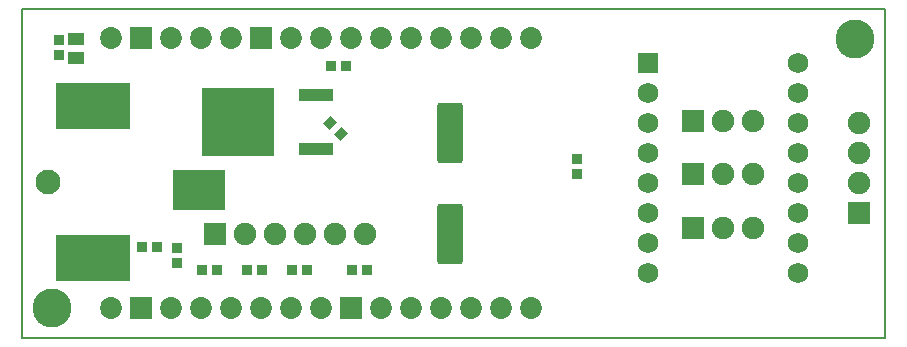
<source format=gts>
G04 Layer_Color=8388736*
%FSLAX24Y24*%
%MOIN*%
G70*
G01*
G75*
%ADD21C,0.0050*%
%ADD37R,0.0359X0.0320*%
%ADD38R,0.0552X0.0414*%
%ADD39R,0.0560X0.0426*%
%ADD40R,0.0320X0.0359*%
G04:AMPARAMS|DCode=41|XSize=35.9mil|YSize=32mil|CornerRadius=0mil|HoleSize=0mil|Usage=FLASHONLY|Rotation=45.000|XOffset=0mil|YOffset=0mil|HoleType=Round|Shape=Rectangle|*
%AMROTATEDRECTD41*
4,1,4,-0.0014,-0.0240,-0.0240,-0.0014,0.0014,0.0240,0.0240,0.0014,-0.0014,-0.0240,0.0*
%
%ADD41ROTATEDRECTD41*%

G04:AMPARAMS|DCode=42|XSize=203.2mil|YSize=87.1mil|CornerRadius=12.4mil|HoleSize=0mil|Usage=FLASHONLY|Rotation=270.000|XOffset=0mil|YOffset=0mil|HoleType=Round|Shape=RoundedRectangle|*
%AMROUNDEDRECTD42*
21,1,0.2032,0.0623,0,0,270.0*
21,1,0.1784,0.0871,0,0,270.0*
1,1,0.0248,-0.0312,-0.0892*
1,1,0.0248,-0.0312,0.0892*
1,1,0.0248,0.0312,0.0892*
1,1,0.0248,0.0312,-0.0892*
%
%ADD42ROUNDEDRECTD42*%
%ADD43R,0.2438X0.2257*%
%ADD44R,0.1154X0.0422*%
%ADD45R,0.2481X0.1575*%
%ADD46R,0.1772X0.1339*%
%ADD47C,0.0690*%
%ADD48R,0.0690X0.0690*%
%ADD49C,0.0749*%
%ADD50R,0.0749X0.0749*%
%ADD51C,0.0730*%
%ADD52R,0.0730X0.0730*%
%ADD53R,0.0749X0.0749*%
%ADD54C,0.0827*%
%ADD55C,0.1300*%
D21*
X38740Y10000D02*
Y20960D01*
X10000Y10000D02*
X38740D01*
X10000Y20960D02*
X38740D01*
X10000Y10000D02*
Y20960D01*
D37*
X11220Y19427D02*
D03*
Y19935D02*
D03*
X28504Y15963D02*
D03*
Y15455D02*
D03*
X15150Y12500D02*
D03*
Y13008D02*
D03*
D38*
X11772Y19339D02*
D03*
D39*
Y19953D02*
D03*
D40*
X15996Y12250D02*
D03*
X16504D02*
D03*
X17496D02*
D03*
X18004D02*
D03*
X19504D02*
D03*
X18996D02*
D03*
X21504D02*
D03*
X20996D02*
D03*
X13996Y13039D02*
D03*
X14504D02*
D03*
X20785Y19055D02*
D03*
X20278D02*
D03*
D41*
X20271Y17150D02*
D03*
X20630Y16791D02*
D03*
D42*
X24256Y16817D02*
D03*
Y13451D02*
D03*
D43*
X17181Y17185D02*
D03*
D44*
X19799Y18087D02*
D03*
Y16283D02*
D03*
D45*
X12350Y17732D02*
D03*
Y12654D02*
D03*
D46*
X15874Y14937D02*
D03*
D47*
X30846Y16154D02*
D03*
X35846D02*
D03*
X30846Y15154D02*
D03*
Y14154D02*
D03*
Y13154D02*
D03*
Y12154D02*
D03*
Y17154D02*
D03*
Y18154D02*
D03*
X35846Y17154D02*
D03*
Y18154D02*
D03*
Y19154D02*
D03*
Y15154D02*
D03*
Y14154D02*
D03*
Y13154D02*
D03*
Y12154D02*
D03*
D48*
X30846Y19154D02*
D03*
D49*
X21419Y13465D02*
D03*
X20419D02*
D03*
X19419D02*
D03*
X17419D02*
D03*
X18419D02*
D03*
X37874Y17154D02*
D03*
Y15154D02*
D03*
Y16154D02*
D03*
X34362Y17244D02*
D03*
X33362D02*
D03*
X34346Y15457D02*
D03*
X33346D02*
D03*
X34362Y13669D02*
D03*
X33362D02*
D03*
D50*
X16419Y13465D02*
D03*
X32362Y17244D02*
D03*
X32346Y15457D02*
D03*
X32362Y13669D02*
D03*
D51*
X12961Y10984D02*
D03*
X14961D02*
D03*
X15961D02*
D03*
X16961D02*
D03*
X17961D02*
D03*
X18961D02*
D03*
X19961D02*
D03*
X21961D02*
D03*
X22961D02*
D03*
X23961D02*
D03*
X24961D02*
D03*
X25961D02*
D03*
X26961D02*
D03*
X12961Y19984D02*
D03*
X14961D02*
D03*
X15961D02*
D03*
X16961D02*
D03*
X18961D02*
D03*
X19961D02*
D03*
X20961D02*
D03*
X21961D02*
D03*
X22961D02*
D03*
X23961D02*
D03*
X24961D02*
D03*
X25961D02*
D03*
X26961D02*
D03*
D52*
X13961Y10984D02*
D03*
X20961D02*
D03*
X13961Y19984D02*
D03*
X17961D02*
D03*
D53*
X37874Y14154D02*
D03*
D54*
X10854Y15193D02*
D03*
D55*
X10984Y10984D02*
D03*
X37756Y19976D02*
D03*
M02*

</source>
